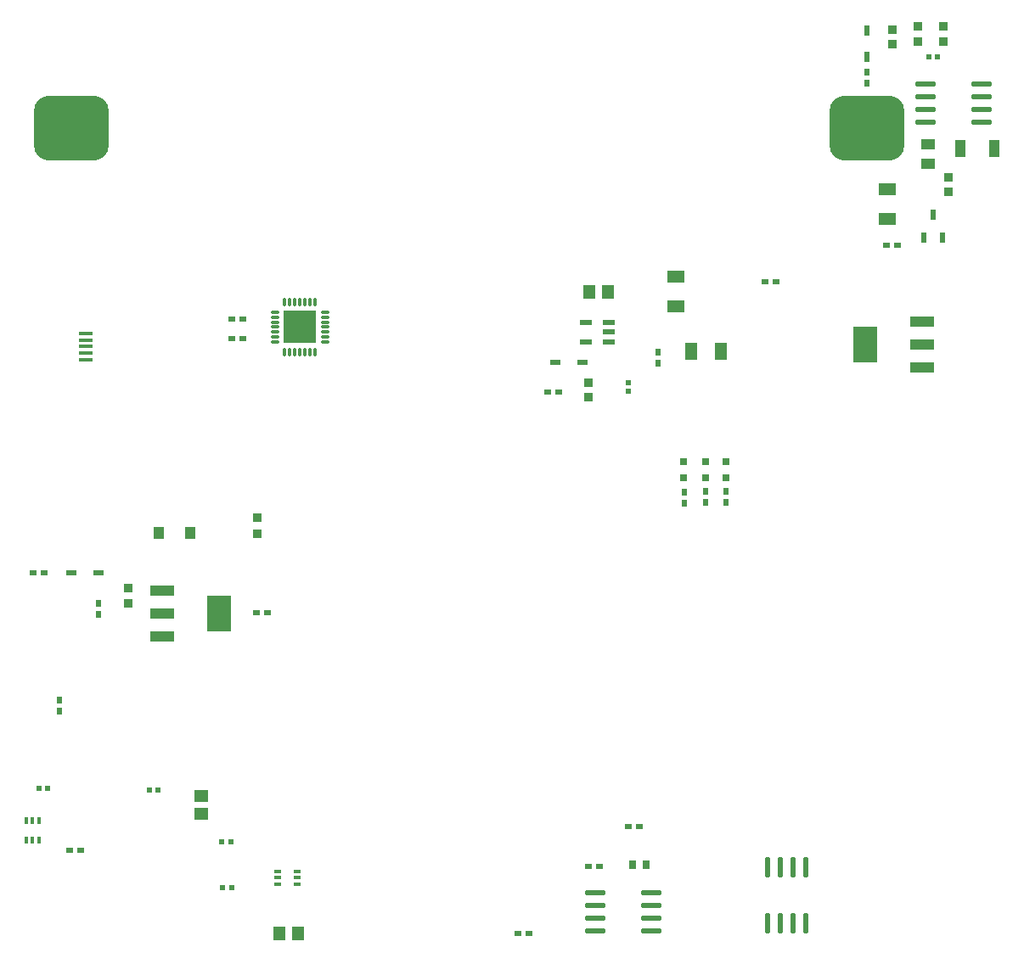
<source format=gtp>
%TF.GenerationSoftware,KiCad,Pcbnew,(7.0.0)*%
%TF.CreationDate,2023-04-03T13:20:19+02:00*%
%TF.ProjectId,SCHEMATICS,53434845-4d41-4544-9943-532e6b696361,rev?*%
%TF.SameCoordinates,Original*%
%TF.FileFunction,Paste,Top*%
%TF.FilePolarity,Positive*%
%FSLAX46Y46*%
G04 Gerber Fmt 4.6, Leading zero omitted, Abs format (unit mm)*
G04 Created by KiCad (PCBNEW (7.0.0)) date 2023-04-03 13:20:19*
%MOMM*%
%LPD*%
G01*
G04 APERTURE LIST*
G04 Aperture macros list*
%AMRoundRect*
0 Rectangle with rounded corners*
0 $1 Rounding radius*
0 $2 $3 $4 $5 $6 $7 $8 $9 X,Y pos of 4 corners*
0 Add a 4 corners polygon primitive as box body*
4,1,4,$2,$3,$4,$5,$6,$7,$8,$9,$2,$3,0*
0 Add four circle primitives for the rounded corners*
1,1,$1+$1,$2,$3*
1,1,$1+$1,$4,$5*
1,1,$1+$1,$6,$7*
1,1,$1+$1,$8,$9*
0 Add four rect primitives between the rounded corners*
20,1,$1+$1,$2,$3,$4,$5,0*
20,1,$1+$1,$4,$5,$6,$7,0*
20,1,$1+$1,$6,$7,$8,$9,0*
20,1,$1+$1,$8,$9,$2,$3,0*%
G04 Aperture macros list end*
%ADD10R,0.700000X0.600000*%
%ADD11R,1.450000X1.150000*%
%ADD12R,1.207518X1.701016*%
%ADD13R,0.600000X0.700000*%
%ADD14R,1.400000X0.400000*%
%ADD15R,0.565659X0.540005*%
%ADD16R,0.350013X0.780010*%
%ADD17R,1.100000X1.700000*%
%ADD18R,0.864008X0.806477*%
%ADD19R,0.540005X0.565659*%
%ADD20R,1.000000X0.600000*%
%ADD21R,0.970000X0.920000*%
%ADD22R,1.156998X0.489992*%
%ADD23R,1.175006X0.489992*%
%ADD24R,1.000000X1.200000*%
%ADD25R,0.532004X1.070003*%
%ADD26R,2.470003X0.980010*%
%ADD27R,2.470003X3.600000*%
%ADD28R,0.800000X0.800000*%
%ADD29R,0.800000X0.900000*%
%ADD30R,1.377013X1.132537*%
%ADD31R,1.701016X1.207518*%
%ADD32O,0.588011X2.045009*%
%ADD33O,2.045009X0.588011*%
%ADD34R,1.150000X1.450000*%
%ADD35R,0.600000X1.000000*%
%ADD36RoundRect,1.625000X-2.125000X-1.625000X2.125000X-1.625000X2.125000X1.625000X-2.125000X1.625000X0*%
%ADD37O,0.900000X0.280010*%
%ADD38O,0.280010X0.900000*%
%ADD39R,3.200000X3.200000*%
%ADD40R,0.780010X0.350013*%
G04 APERTURE END LIST*
D10*
%TO.C,R33*%
X147978915Y-133068503D03*
X149078915Y-133068503D03*
%TD*%
D11*
%TO.C,C4*%
X109409999Y-127829999D03*
X109409999Y-126029999D03*
%TD*%
D10*
%TO.C,R28*%
X112477999Y-78422253D03*
X113577999Y-78422253D03*
%TD*%
D12*
%TO.C,R22*%
X158247708Y-81703499D03*
X161205290Y-81703499D03*
%TD*%
D10*
%TO.C,R24*%
X165626499Y-74703499D03*
X166726499Y-74703499D03*
%TD*%
D13*
%TO.C,R17*%
X95249999Y-117569999D03*
X95249999Y-116469999D03*
%TD*%
D14*
%TO.C,MicroXNJ1*%
X97871729Y-79874967D03*
X97871729Y-80524955D03*
X97871729Y-81174942D03*
X97871729Y-81824929D03*
X97871729Y-82474917D03*
%TD*%
D15*
%TO.C,R40*%
X182804816Y-52323999D03*
X181939182Y-52323999D03*
%TD*%
D16*
%TO.C,U3*%
X93249999Y-128490015D03*
X92600012Y-128490015D03*
X91950025Y-128490015D03*
X91950025Y-130469999D03*
X92600012Y-130469999D03*
X93249999Y-130469999D03*
%TD*%
D10*
%TO.C,R14*%
X177715999Y-71119999D03*
X178815999Y-71119999D03*
%TD*%
%TO.C,R5*%
X92649999Y-103799974D03*
X93749999Y-103799974D03*
%TD*%
D13*
%TO.C,R15*%
X175767999Y-54947999D03*
X175767999Y-53847999D03*
%TD*%
D17*
%TO.C,D3*%
X188467999Y-61467999D03*
X185067949Y-61467999D03*
%TD*%
D18*
%TO.C,R9*%
X178307999Y-49538633D03*
X178307999Y-51045365D03*
%TD*%
D19*
%TO.C,R3*%
X152033839Y-85619171D03*
X152033839Y-84753537D03*
%TD*%
D15*
%TO.C,R21*%
X111481190Y-130632007D03*
X112346824Y-130632007D03*
%TD*%
D13*
%TO.C,R31*%
X157586499Y-95703499D03*
X157586499Y-96803499D03*
%TD*%
D20*
%TO.C,D4*%
X96469799Y-103799974D03*
X99169799Y-103799974D03*
%TD*%
D21*
%TO.C,C3*%
X114969710Y-98299974D03*
X114969710Y-99849974D03*
%TD*%
D10*
%TO.C,R7*%
X114949999Y-107749999D03*
X116049999Y-107749999D03*
%TD*%
D18*
%TO.C,R2*%
X148033839Y-84753537D03*
X148033839Y-86260269D03*
%TD*%
D22*
%TO.C,TP4054-42-SOT25R1*%
X150033839Y-80703499D03*
X150033839Y-79753537D03*
X150033839Y-78803575D03*
D23*
X147726499Y-78803575D03*
X147726499Y-80703499D03*
%TD*%
D10*
%TO.C,R26*%
X112477999Y-80422253D03*
X113577999Y-80422253D03*
%TD*%
D15*
%TO.C,R20*%
X111556373Y-135204007D03*
X112422007Y-135204007D03*
%TD*%
D24*
%TO.C,D2*%
X105169799Y-99799974D03*
X108269621Y-99799974D03*
%TD*%
D10*
%TO.C,R32*%
X153078915Y-129068503D03*
X151978915Y-129068503D03*
%TD*%
D25*
%TO.C,Q1*%
X181422037Y-70342002D03*
X183321960Y-70342002D03*
X182371999Y-68071999D03*
%TD*%
D10*
%TO.C,R1*%
X145033839Y-85753537D03*
X143933839Y-85753537D03*
%TD*%
%TO.C,R34*%
X140988915Y-139768503D03*
X142088915Y-139768503D03*
%TD*%
D26*
%TO.C,REF2*%
X181264700Y-83282188D03*
X181264700Y-80982213D03*
X181264700Y-78682238D03*
D27*
X175594900Y-80982213D03*
%TD*%
D13*
%TO.C,R4*%
X154999999Y-81753537D03*
X154999999Y-82853537D03*
%TD*%
D28*
%TO.C,D6*%
X161726499Y-92703499D03*
X161733357Y-94302433D03*
%TD*%
D29*
%TO.C,C6*%
X152378890Y-132848528D03*
X153778940Y-132848528D03*
%TD*%
D10*
%TO.C,R16*%
X97349999Y-131469999D03*
X96249999Y-131469999D03*
%TD*%
D15*
%TO.C,R18*%
X105115633Y-125469999D03*
X104249999Y-125469999D03*
%TD*%
D30*
%TO.C,R13*%
X181863999Y-60975999D03*
X181863999Y-62975999D03*
%TD*%
D31*
%TO.C,R12*%
X177799999Y-68489581D03*
X177799999Y-65531999D03*
%TD*%
D32*
%TO.C,U7*%
X169726499Y-133158667D03*
X168456496Y-133158667D03*
X167186494Y-133158667D03*
X165916491Y-133158667D03*
X165916491Y-138703499D03*
X167186494Y-138703499D03*
X168456496Y-138703499D03*
X169726499Y-138703499D03*
%TD*%
D13*
%TO.C,R29*%
X161726499Y-95603499D03*
X161726499Y-96703499D03*
%TD*%
D26*
%TO.C,REF1*%
X105499999Y-105499999D03*
X105499999Y-107799974D03*
X105499999Y-110099949D03*
D27*
X111169799Y-107799974D03*
%TD*%
D31*
%TO.C,R23*%
X156726499Y-74224708D03*
X156726499Y-77182290D03*
%TD*%
D18*
%TO.C,R8*%
X183387999Y-49275999D03*
X183387999Y-50782731D03*
%TD*%
D20*
%TO.C,D1*%
X144683839Y-82753537D03*
X147383839Y-82753537D03*
%TD*%
D33*
%TO.C,U1*%
X187176415Y-58801003D03*
X187176415Y-57531000D03*
X187176415Y-56260998D03*
X187176415Y-54990995D03*
X181631583Y-54990995D03*
X181631583Y-56260998D03*
X181631583Y-57531000D03*
X181631583Y-58801003D03*
%TD*%
D21*
%TO.C,C2*%
X102169799Y-105249974D03*
X102169799Y-106799974D03*
%TD*%
D13*
%TO.C,R30*%
X159726499Y-95603499D03*
X159726499Y-96703499D03*
%TD*%
D18*
%TO.C,R11*%
X183895999Y-64270633D03*
X183895999Y-65777365D03*
%TD*%
D34*
%TO.C,C1*%
X148133839Y-75753537D03*
X149933839Y-75753537D03*
%TD*%
D15*
%TO.C,R19*%
X94115633Y-125289999D03*
X93249999Y-125289999D03*
%TD*%
D35*
%TO.C,D5*%
X175767999Y-52323999D03*
X175767999Y-49623999D03*
%TD*%
D13*
%TO.C,R6*%
X99169799Y-106799974D03*
X99169799Y-107899974D03*
%TD*%
D34*
%TO.C,C5*%
X117226007Y-139776007D03*
X119026007Y-139776007D03*
%TD*%
D36*
%TO.C,U9*%
X175794000Y-59419000D03*
X96494000Y-59419000D03*
%TD*%
D28*
%TO.C,D8*%
X157515641Y-92703499D03*
X157522499Y-94302433D03*
%TD*%
D37*
%TO.C,IC1*%
X116749999Y-77748729D03*
X116749999Y-78249110D03*
X116749999Y-78749491D03*
X116749999Y-79249872D03*
X116749999Y-79750253D03*
X116749999Y-80250634D03*
X116749999Y-80751015D03*
D38*
X117748729Y-81749999D03*
X118249110Y-81749999D03*
X118749491Y-81749999D03*
X119249872Y-81749999D03*
X119750253Y-81749999D03*
X120250634Y-81749999D03*
X120751015Y-81749999D03*
D37*
X121749999Y-80751015D03*
X121749999Y-80250634D03*
X121749999Y-79750253D03*
X121749999Y-79249872D03*
X121749999Y-78749491D03*
X121749999Y-78249110D03*
X121749999Y-77748729D03*
D38*
X120751015Y-76749999D03*
X120250634Y-76749999D03*
X119750253Y-76749999D03*
X119249872Y-76749999D03*
X118749491Y-76749999D03*
X118249110Y-76749999D03*
X117748729Y-76749999D03*
D39*
X119249872Y-79249872D03*
%TD*%
D18*
%TO.C,R10*%
X180847999Y-50782731D03*
X180847999Y-49275999D03*
%TD*%
D28*
%TO.C,D7*%
X159726499Y-92703499D03*
X159733357Y-94302433D03*
%TD*%
D40*
%TO.C,U5*%
X118999999Y-134837994D03*
X118999999Y-134188007D03*
X118999999Y-133538020D03*
X117020015Y-133538020D03*
X117020015Y-134188007D03*
X117020015Y-134837994D03*
%TD*%
D33*
%TO.C,U6*%
X154271331Y-139513507D03*
X154271331Y-138243504D03*
X154271331Y-136973502D03*
X154271331Y-135703499D03*
X148726499Y-135703499D03*
X148726499Y-136973502D03*
X148726499Y-138243504D03*
X148726499Y-139513507D03*
%TD*%
M02*

</source>
